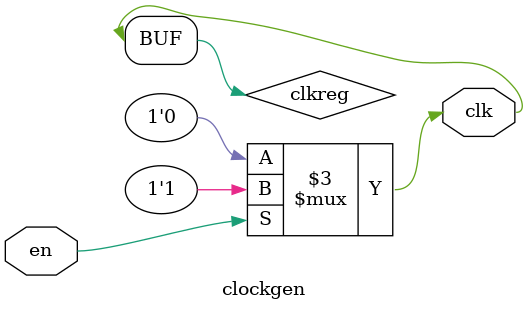
<source format=v>
`timescale 1ns / 1ps

module clockgen #(parameter HALFPERIOD = 1) (input en, output clk);

reg clkreg;

always @ *
begin
    if(en)
    begin
        #(HALFPERIOD) clkreg <= 1'b0;
        #(HALFPERIOD) clkreg <= 1'b1;
    end
    else
        clkreg <= 1'b0;
end

assign clk = clkreg;

endmodule
</source>
